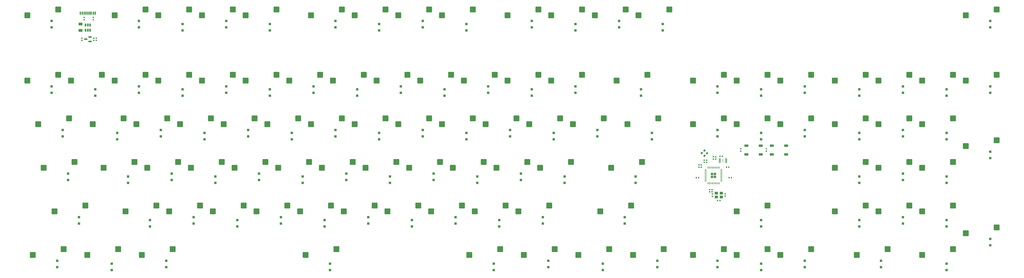
<source format=gbr>
%TF.GenerationSoftware,KiCad,Pcbnew,8.0.8*%
%TF.CreationDate,2025-02-22T23:30:56+01:00*%
%TF.ProjectId,fullsized keybored 3v3,66756c6c-7369-47a6-9564-206b6579626f,rev?*%
%TF.SameCoordinates,Original*%
%TF.FileFunction,Paste,Bot*%
%TF.FilePolarity,Positive*%
%FSLAX46Y46*%
G04 Gerber Fmt 4.6, Leading zero omitted, Abs format (unit mm)*
G04 Created by KiCad (PCBNEW 8.0.8) date 2025-02-22 23:30:56*
%MOMM*%
%LPD*%
G01*
G04 APERTURE LIST*
G04 Aperture macros list*
%AMRoundRect*
0 Rectangle with rounded corners*
0 $1 Rounding radius*
0 $2 $3 $4 $5 $6 $7 $8 $9 X,Y pos of 4 corners*
0 Add a 4 corners polygon primitive as box body*
4,1,4,$2,$3,$4,$5,$6,$7,$8,$9,$2,$3,0*
0 Add four circle primitives for the rounded corners*
1,1,$1+$1,$2,$3*
1,1,$1+$1,$4,$5*
1,1,$1+$1,$6,$7*
1,1,$1+$1,$8,$9*
0 Add four rect primitives between the rounded corners*
20,1,$1+$1,$2,$3,$4,$5,0*
20,1,$1+$1,$4,$5,$6,$7,0*
20,1,$1+$1,$6,$7,$8,$9,0*
20,1,$1+$1,$8,$9,$2,$3,0*%
G04 Aperture macros list end*
%ADD10RoundRect,0.250000X0.300000X-0.300000X0.300000X0.300000X-0.300000X0.300000X-0.300000X-0.300000X0*%
%ADD11RoundRect,0.140000X-0.170000X0.140000X-0.170000X-0.140000X0.170000X-0.140000X0.170000X0.140000X0*%
%ADD12RoundRect,0.140000X0.170000X-0.140000X0.170000X0.140000X-0.170000X0.140000X-0.170000X-0.140000X0*%
%ADD13RoundRect,0.250000X1.025000X1.000000X-1.025000X1.000000X-1.025000X-1.000000X1.025000X-1.000000X0*%
%ADD14RoundRect,0.150000X0.150000X-0.512500X0.150000X0.512500X-0.150000X0.512500X-0.150000X-0.512500X0*%
%ADD15R,0.900000X0.300000*%
%ADD16R,0.250000X1.650000*%
%ADD17RoundRect,0.250000X-0.625000X0.375000X-0.625000X-0.375000X0.625000X-0.375000X0.625000X0.375000X0*%
%ADD18RoundRect,0.140000X-0.140000X-0.170000X0.140000X-0.170000X0.140000X0.170000X-0.140000X0.170000X0*%
%ADD19RoundRect,0.150000X0.587500X0.150000X-0.587500X0.150000X-0.587500X-0.150000X0.587500X-0.150000X0*%
%ADD20RoundRect,0.140000X0.140000X0.170000X-0.140000X0.170000X-0.140000X-0.170000X0.140000X-0.170000X0*%
%ADD21R,1.700000X1.000000*%
%ADD22RoundRect,0.135000X-0.185000X0.135000X-0.185000X-0.135000X0.185000X-0.135000X0.185000X0.135000X0*%
%ADD23RoundRect,0.135000X0.185000X-0.135000X0.185000X0.135000X-0.185000X0.135000X-0.185000X-0.135000X0*%
%ADD24RoundRect,0.250000X0.292217X0.292217X-0.292217X0.292217X-0.292217X-0.292217X0.292217X-0.292217X0*%
%ADD25RoundRect,0.050000X0.387500X0.050000X-0.387500X0.050000X-0.387500X-0.050000X0.387500X-0.050000X0*%
%ADD26RoundRect,0.050000X0.050000X0.387500X-0.050000X0.387500X-0.050000X-0.387500X0.050000X-0.387500X0*%
%ADD27RoundRect,0.200000X-0.335876X-0.053033X-0.053033X-0.335876X0.335876X0.053033X0.053033X0.335876X0*%
%ADD28R,1.400000X1.200000*%
%ADD29R,0.600000X1.450000*%
%ADD30R,0.300000X1.450000*%
G04 APERTURE END LIST*
D10*
%TO.C,D4*%
X105676670Y-51187500D03*
X105676670Y-48387500D03*
%TD*%
D11*
%TO.C,C14*%
X317656250Y-122088164D03*
X317656250Y-123048164D03*
%TD*%
D12*
%TO.C,C2*%
X323388496Y-124942500D03*
X323388496Y-123982500D03*
%TD*%
D13*
%TO.C,MX45*%
X199808750Y-93503750D03*
X213258750Y-90963750D03*
%TD*%
%TO.C,MX98*%
X309346250Y-150653750D03*
X322796250Y-148113750D03*
%TD*%
D14*
%TO.C,U2*%
X46193750Y-52431250D03*
X45243750Y-52431250D03*
X44293750Y-52431250D03*
X44293750Y-50156250D03*
X45243750Y-50156250D03*
X46193750Y-50156250D03*
%TD*%
D13*
%TO.C,MX57*%
X25977500Y-112553750D03*
X39427500Y-110013750D03*
%TD*%
%TO.C,MX27*%
X247433750Y-74453750D03*
X260883750Y-71913750D03*
%TD*%
D10*
%TO.C,D56*%
X439051670Y-108337500D03*
X439051670Y-105537500D03*
%TD*%
D13*
%TO.C,MX40*%
X104558750Y-93503750D03*
X118008750Y-90963750D03*
%TD*%
%TO.C,MX60*%
X90271250Y-112553750D03*
X103721250Y-110013750D03*
%TD*%
D10*
%TO.C,D98*%
X319989170Y-155962500D03*
X319989170Y-153162500D03*
%TD*%
D15*
%TO.C,IC1*%
X323818750Y-108631250D03*
X323818750Y-109131250D03*
X323818750Y-109631250D03*
X323818750Y-110131250D03*
X321018750Y-110131250D03*
X321018750Y-109631250D03*
X321018750Y-109131250D03*
X321018750Y-108631250D03*
D16*
X322418750Y-109381250D03*
%TD*%
D13*
%TO.C,MX17*%
X56933750Y-74453750D03*
X70383750Y-71913750D03*
%TD*%
%TO.C,MX84*%
X268865000Y-131603750D03*
X282315000Y-129063750D03*
%TD*%
D10*
%TO.C,D8*%
X191401670Y-51187500D03*
X191401670Y-48387500D03*
%TD*%
D17*
%TO.C,F1*%
X42068750Y-49706250D03*
X42068750Y-52506250D03*
%TD*%
D10*
%TO.C,D58*%
X62814170Y-119175000D03*
X62814170Y-116375000D03*
%TD*%
%TO.C,D85*%
X339039170Y-138225000D03*
X339039170Y-135425000D03*
%TD*%
D13*
%TO.C,MX33*%
X390308750Y-74453750D03*
X403758750Y-71913750D03*
%TD*%
%TO.C,MX7*%
X161708750Y-45878750D03*
X175158750Y-43338750D03*
%TD*%
%TO.C,MX8*%
X180758750Y-45878750D03*
X194208750Y-43338750D03*
%TD*%
D10*
%TO.C,D67*%
X234264170Y-117862500D03*
X234264170Y-115062500D03*
%TD*%
%TO.C,D35*%
X439051670Y-79762500D03*
X439051670Y-76962500D03*
%TD*%
%TO.C,D29*%
X319989170Y-79762500D03*
X319989170Y-76962500D03*
%TD*%
%TO.C,D24*%
X200926670Y-81075000D03*
X200926670Y-78275000D03*
%TD*%
D13*
%TO.C,MX18*%
X75983750Y-74453750D03*
X89433750Y-71913750D03*
%TD*%
D10*
%TO.C,D36*%
X34239170Y-98812500D03*
X34239170Y-96012500D03*
%TD*%
D13*
%TO.C,MX65*%
X185521250Y-112553750D03*
X198971250Y-110013750D03*
%TD*%
%TO.C,MX80*%
X175996250Y-131603750D03*
X189446250Y-129063750D03*
%TD*%
D10*
%TO.C,D22*%
X162826670Y-81075000D03*
X162826670Y-78275000D03*
%TD*%
%TO.C,D69*%
X284270420Y-119175000D03*
X284270420Y-116375000D03*
%TD*%
D18*
%TO.C,C13*%
X325113750Y-116895613D03*
X326073750Y-116895613D03*
%TD*%
D10*
%TO.C,D34*%
X420001670Y-81075000D03*
X420001670Y-78275000D03*
%TD*%
%TO.C,D41*%
X134251670Y-100125000D03*
X134251670Y-97325000D03*
%TD*%
D13*
%TO.C,MX88*%
X409358750Y-131603750D03*
X422808750Y-129063750D03*
%TD*%
%TO.C,MX38*%
X66458750Y-93503750D03*
X79908750Y-90963750D03*
%TD*%
D10*
%TO.C,D92*%
X79482920Y-155962500D03*
X79482920Y-153162500D03*
%TD*%
D13*
%TO.C,MX74*%
X61696250Y-131603750D03*
X75146250Y-129063750D03*
%TD*%
%TO.C,MX66*%
X204571250Y-112553750D03*
X218021250Y-110013750D03*
%TD*%
D10*
%TO.C,D7*%
X172351670Y-52500000D03*
X172351670Y-49700000D03*
%TD*%
D13*
%TO.C,MX71*%
X390308750Y-112553750D03*
X403758750Y-110013750D03*
%TD*%
D18*
%TO.C,C12*%
X324006250Y-112275000D03*
X324966250Y-112275000D03*
%TD*%
D10*
%TO.C,D74*%
X72339170Y-138225000D03*
X72339170Y-135425000D03*
%TD*%
%TO.C,D18*%
X86626670Y-81075000D03*
X86626670Y-78275000D03*
%TD*%
D13*
%TO.C,MX75*%
X80746250Y-131603750D03*
X94196250Y-129063750D03*
%TD*%
D19*
%TO.C,U3*%
X46181250Y-55406250D03*
X46181250Y-57306250D03*
X44306250Y-56356250D03*
%TD*%
D13*
%TO.C,MX39*%
X85508750Y-93503750D03*
X98958750Y-90963750D03*
%TD*%
%TO.C,MX83*%
X233146250Y-131603750D03*
X246596250Y-129063750D03*
%TD*%
%TO.C,MX76*%
X99796250Y-131603750D03*
X113246250Y-129063750D03*
%TD*%
%TO.C,MX78*%
X137896250Y-131603750D03*
X151346250Y-129063750D03*
%TD*%
%TO.C,MX87*%
X390308750Y-131603750D03*
X403758750Y-129063750D03*
%TD*%
%TO.C,MX79*%
X156946250Y-131603750D03*
X170396250Y-129063750D03*
%TD*%
%TO.C,MX95*%
X235527500Y-150653750D03*
X248977500Y-148113750D03*
%TD*%
%TO.C,MX1*%
X18833750Y-45878750D03*
X32283750Y-43338750D03*
%TD*%
D10*
%TO.C,D43*%
X172351670Y-100125000D03*
X172351670Y-97325000D03*
%TD*%
%TO.C,D45*%
X210451670Y-100125000D03*
X210451670Y-97325000D03*
%TD*%
D13*
%TO.C,MX93*%
X140277500Y-150653750D03*
X153727500Y-148113750D03*
%TD*%
D10*
%TO.C,D88*%
X420001670Y-138225000D03*
X420001670Y-135425000D03*
%TD*%
D13*
%TO.C,MX22*%
X152183750Y-74453750D03*
X165633750Y-71913750D03*
%TD*%
%TO.C,MX43*%
X161708750Y-93503750D03*
X175158750Y-90963750D03*
%TD*%
D10*
%TO.C,D19*%
X105676670Y-79762500D03*
X105676670Y-76962500D03*
%TD*%
D13*
%TO.C,MX97*%
X283152500Y-150653750D03*
X296602500Y-148113750D03*
%TD*%
%TO.C,MX62*%
X128371250Y-112553750D03*
X141821250Y-110013750D03*
%TD*%
D10*
%TO.C,D94*%
X222357920Y-157275000D03*
X222357920Y-154475000D03*
%TD*%
D13*
%TO.C,MX73*%
X30740000Y-131603750D03*
X44190000Y-129063750D03*
%TD*%
D12*
%TO.C,C8*%
X314237070Y-110186989D03*
X314237070Y-109226989D03*
%TD*%
D20*
%TO.C,C3*%
X321093496Y-126843750D03*
X320133496Y-126843750D03*
%TD*%
D12*
%TO.C,C16*%
X42662500Y-56836250D03*
X42662500Y-55876250D03*
%TD*%
D13*
%TO.C,MX2*%
X56933750Y-45878750D03*
X70383750Y-43338750D03*
%TD*%
D10*
%TO.C,D89*%
X439051670Y-146437500D03*
X439051670Y-143637500D03*
%TD*%
D13*
%TO.C,MX15*%
X18833750Y-74453750D03*
X32283750Y-71913750D03*
%TD*%
%TO.C,MX94*%
X211715000Y-150653750D03*
X225165000Y-148113750D03*
%TD*%
%TO.C,MX53*%
X371258750Y-93503750D03*
X384708750Y-90963750D03*
%TD*%
D21*
%TO.C,SW1*%
X343718750Y-106675000D03*
X350018750Y-106675000D03*
X343718750Y-102875000D03*
X350018750Y-102875000D03*
%TD*%
D10*
%TO.C,D46*%
X229501670Y-98812500D03*
X229501670Y-96012500D03*
%TD*%
%TO.C,D101*%
X391426670Y-155962500D03*
X391426670Y-153162500D03*
%TD*%
%TO.C,D83*%
X243789170Y-136912500D03*
X243789170Y-134112500D03*
%TD*%
%TO.C,D52*%
X358089170Y-98812500D03*
X358089170Y-96012500D03*
%TD*%
%TO.C,D31*%
X358089170Y-79762500D03*
X358089170Y-76962500D03*
%TD*%
D13*
%TO.C,MX101*%
X380783750Y-150653750D03*
X394233750Y-148113750D03*
%TD*%
D20*
%TO.C,C10*%
X312893750Y-112275000D03*
X311933750Y-112275000D03*
%TD*%
D21*
%TO.C,SWR1*%
X332606250Y-106675000D03*
X338906250Y-106675000D03*
X332606250Y-102875000D03*
X338906250Y-102875000D03*
%TD*%
D10*
%TO.C,D53*%
X381901670Y-100125000D03*
X381901670Y-97325000D03*
%TD*%
%TO.C,D90*%
X31857920Y-155962500D03*
X31857920Y-153162500D03*
%TD*%
D22*
%TO.C,R5*%
X43656250Y-46815000D03*
X43656250Y-47835000D03*
%TD*%
D13*
%TO.C,MX12*%
X266483750Y-45878750D03*
X279933750Y-43338750D03*
%TD*%
%TO.C,MX41*%
X123608750Y-93503750D03*
X137058750Y-90963750D03*
%TD*%
D12*
%TO.C,C5*%
X319243750Y-108753750D03*
X319243750Y-107793750D03*
%TD*%
D13*
%TO.C,MX92*%
X68840000Y-150653750D03*
X82290000Y-148113750D03*
%TD*%
D12*
%TO.C,C11*%
X318213008Y-108718379D03*
X318213008Y-107758379D03*
%TD*%
D13*
%TO.C,MX4*%
X95033750Y-45878750D03*
X108483750Y-43338750D03*
%TD*%
D18*
%TO.C,C1*%
X321145000Y-107551250D03*
X322105000Y-107551250D03*
%TD*%
D10*
%TO.C,D48*%
X267601670Y-98812500D03*
X267601670Y-96012500D03*
%TD*%
D13*
%TO.C,MX63*%
X147421250Y-112553750D03*
X160871250Y-110013750D03*
%TD*%
D10*
%TO.C,D84*%
X279507920Y-136912500D03*
X279507920Y-134112500D03*
%TD*%
D13*
%TO.C,MX34*%
X409358750Y-74453750D03*
X422808750Y-71913750D03*
%TD*%
%TO.C,MX3*%
X75983750Y-45878750D03*
X89433750Y-43338750D03*
%TD*%
D11*
%TO.C,C7*%
X47818750Y-55876250D03*
X47818750Y-56836250D03*
%TD*%
D10*
%TO.C,D21*%
X143776670Y-79762500D03*
X143776670Y-76962500D03*
%TD*%
%TO.C,D37*%
X58051670Y-100125000D03*
X58051670Y-97325000D03*
%TD*%
%TO.C,D76*%
X110439170Y-138225000D03*
X110439170Y-135425000D03*
%TD*%
%TO.C,D50*%
X319989170Y-98812500D03*
X319989170Y-96012500D03*
%TD*%
D13*
%TO.C,MX21*%
X133133750Y-74453750D03*
X146583750Y-71913750D03*
%TD*%
%TO.C,MX96*%
X259340000Y-150653750D03*
X272790000Y-148113750D03*
%TD*%
%TO.C,MX25*%
X209333750Y-74453750D03*
X222783750Y-71913750D03*
%TD*%
D10*
%TO.C,D14*%
X439051670Y-51187500D03*
X439051670Y-48387500D03*
%TD*%
%TO.C,D78*%
X148539170Y-138225000D03*
X148539170Y-135425000D03*
%TD*%
D13*
%TO.C,MX47*%
X237908750Y-93503750D03*
X251358750Y-90963750D03*
%TD*%
D23*
%TO.C,R4*%
X341312500Y-105285000D03*
X341312500Y-104265000D03*
%TD*%
D13*
%TO.C,MX26*%
X228383750Y-74453750D03*
X241833750Y-71913750D03*
%TD*%
%TO.C,MX50*%
X309346250Y-93503750D03*
X322796250Y-90963750D03*
%TD*%
D10*
%TO.C,D75*%
X91389170Y-136912500D03*
X91389170Y-134112500D03*
%TD*%
%TO.C,D64*%
X177114170Y-119175000D03*
X177114170Y-116375000D03*
%TD*%
D13*
%TO.C,MX11*%
X247433750Y-45878750D03*
X260883750Y-43338750D03*
%TD*%
D20*
%TO.C,C9*%
X312893750Y-111281250D03*
X311933750Y-111281250D03*
%TD*%
D13*
%TO.C,MX91*%
X45027500Y-150653750D03*
X58477500Y-148113750D03*
%TD*%
%TO.C,MX67*%
X223621250Y-112553750D03*
X237071250Y-110013750D03*
%TD*%
D10*
%TO.C,D63*%
X158064170Y-117862500D03*
X158064170Y-115062500D03*
%TD*%
D13*
%TO.C,MX30*%
X328396250Y-74453750D03*
X341846250Y-71913750D03*
%TD*%
D10*
%TO.C,D81*%
X205689170Y-136912500D03*
X205689170Y-134112500D03*
%TD*%
%TO.C,D102*%
X420001670Y-157275000D03*
X420001670Y-154475000D03*
%TD*%
%TO.C,D33*%
X400951670Y-79762500D03*
X400951670Y-76962500D03*
%TD*%
D12*
%TO.C,C4*%
X315275000Y-110175000D03*
X315275000Y-109215000D03*
%TD*%
D13*
%TO.C,MX9*%
X199808750Y-45878750D03*
X213258750Y-43338750D03*
%TD*%
D10*
%TO.C,D1*%
X29476670Y-51187500D03*
X29476670Y-48387500D03*
%TD*%
%TO.C,D26*%
X239026670Y-81075000D03*
X239026670Y-78275000D03*
%TD*%
%TO.C,D3*%
X86626670Y-52500000D03*
X86626670Y-49700000D03*
%TD*%
%TO.C,D65*%
X196164170Y-117862500D03*
X196164170Y-115062500D03*
%TD*%
%TO.C,D30*%
X339039170Y-81075000D03*
X339039170Y-78275000D03*
%TD*%
D13*
%TO.C,MX68*%
X242671250Y-112553750D03*
X256121250Y-110013750D03*
%TD*%
D24*
%TO.C,U1*%
X318931250Y-116525000D03*
X318931250Y-115250000D03*
X317656250Y-116525000D03*
X317656250Y-115250000D03*
D25*
X321731250Y-113287500D03*
X321731250Y-113687500D03*
X321731250Y-114087500D03*
X321731250Y-114487500D03*
X321731250Y-114887500D03*
X321731250Y-115287500D03*
X321731250Y-115687500D03*
X321731250Y-116087500D03*
X321731250Y-116487500D03*
X321731250Y-116887500D03*
X321731250Y-117287500D03*
X321731250Y-117687500D03*
X321731250Y-118087500D03*
X321731250Y-118487500D03*
D26*
X320893750Y-119325000D03*
X320493750Y-119325000D03*
X320093750Y-119325000D03*
X319693750Y-119325000D03*
X319293750Y-119325000D03*
X318893750Y-119325000D03*
X318493750Y-119325000D03*
X318093750Y-119325000D03*
X317693750Y-119325000D03*
X317293750Y-119325000D03*
X316893750Y-119325000D03*
X316493750Y-119325000D03*
X316093750Y-119325000D03*
X315693750Y-119325000D03*
D25*
X314856250Y-118487500D03*
X314856250Y-118087500D03*
X314856250Y-117687500D03*
X314856250Y-117287500D03*
X314856250Y-116887500D03*
X314856250Y-116487500D03*
X314856250Y-116087500D03*
X314856250Y-115687500D03*
X314856250Y-115287500D03*
X314856250Y-114887500D03*
X314856250Y-114487500D03*
X314856250Y-114087500D03*
X314856250Y-113687500D03*
X314856250Y-113287500D03*
D26*
X315693750Y-112450000D03*
X316093750Y-112450000D03*
X316493750Y-112450000D03*
X316893750Y-112450000D03*
X317293750Y-112450000D03*
X317693750Y-112450000D03*
X318093750Y-112450000D03*
X318493750Y-112450000D03*
X318893750Y-112450000D03*
X319293750Y-112450000D03*
X319693750Y-112450000D03*
X320093750Y-112450000D03*
X320493750Y-112450000D03*
X320893750Y-112450000D03*
%TD*%
D13*
%TO.C,MX72*%
X409358750Y-112553750D03*
X422808750Y-110013750D03*
%TD*%
D22*
%TO.C,R6*%
X47625000Y-46815000D03*
X47625000Y-47835000D03*
%TD*%
D13*
%TO.C,MX48*%
X256958750Y-93503750D03*
X270408750Y-90963750D03*
%TD*%
%TO.C,MX52*%
X347446250Y-93503750D03*
X360896250Y-90963750D03*
%TD*%
%TO.C,MX20*%
X114083750Y-74453750D03*
X127533750Y-71913750D03*
%TD*%
D10*
%TO.C,D23*%
X181876670Y-79762500D03*
X181876670Y-76962500D03*
%TD*%
%TO.C,D15*%
X29476670Y-79762500D03*
X29476670Y-76962500D03*
%TD*%
%TO.C,D71*%
X400951670Y-117862500D03*
X400951670Y-115062500D03*
%TD*%
%TO.C,D82*%
X224739170Y-138225000D03*
X224739170Y-135425000D03*
%TD*%
%TO.C,D96*%
X269982920Y-157275000D03*
X269982920Y-154475000D03*
%TD*%
%TO.C,D54*%
X400951670Y-98812500D03*
X400951670Y-96012500D03*
%TD*%
D13*
%TO.C,MX32*%
X371258750Y-74453750D03*
X384708750Y-71913750D03*
%TD*%
D10*
%TO.C,D6*%
X153301670Y-51187500D03*
X153301670Y-48387500D03*
%TD*%
D13*
%TO.C,MX51*%
X328396250Y-93503750D03*
X341846250Y-90963750D03*
%TD*%
D11*
%TO.C,C6*%
X316644746Y-122081250D03*
X316644746Y-123041250D03*
%TD*%
D27*
%TO.C,R2*%
X313180951Y-106123555D03*
X314347677Y-107290281D03*
%TD*%
D10*
%TO.C,D44*%
X191401670Y-98812500D03*
X191401670Y-96012500D03*
%TD*%
%TO.C,D59*%
X81864170Y-117862500D03*
X81864170Y-115062500D03*
%TD*%
D13*
%TO.C,MX36*%
X23596250Y-93503750D03*
X37046250Y-90963750D03*
%TD*%
D10*
%TO.C,D39*%
X96151670Y-100125000D03*
X96151670Y-97325000D03*
%TD*%
%TO.C,D28*%
X286651670Y-81075000D03*
X286651670Y-78275000D03*
%TD*%
%TO.C,D73*%
X41382920Y-136912500D03*
X41382920Y-134112500D03*
%TD*%
D23*
%TO.C,R8*%
X317838496Y-124972500D03*
X317838496Y-123952500D03*
%TD*%
D13*
%TO.C,MX102*%
X409358750Y-150653750D03*
X422808750Y-148113750D03*
%TD*%
%TO.C,MX64*%
X166471250Y-112553750D03*
X179921250Y-110013750D03*
%TD*%
%TO.C,MX69*%
X273627500Y-112553750D03*
X287077500Y-110013750D03*
%TD*%
%TO.C,MX35*%
X428408750Y-74453750D03*
X441858750Y-71913750D03*
%TD*%
D10*
%TO.C,D47*%
X248551670Y-100125000D03*
X248551670Y-97325000D03*
%TD*%
%TO.C,D97*%
X293795420Y-155962500D03*
X293795420Y-153162500D03*
%TD*%
%TO.C,D10*%
X239026670Y-51187500D03*
X239026670Y-48387500D03*
%TD*%
D20*
%TO.C,C15*%
X311786250Y-116895613D03*
X310826250Y-116895613D03*
%TD*%
D13*
%TO.C,MX82*%
X214096250Y-131603750D03*
X227546250Y-129063750D03*
%TD*%
D10*
%TO.C,D49*%
X291414170Y-100125000D03*
X291414170Y-97325000D03*
%TD*%
%TO.C,D42*%
X153301670Y-98812500D03*
X153301670Y-96012500D03*
%TD*%
D28*
%TO.C,Y1*%
X319513496Y-123612500D03*
X321713496Y-123612500D03*
X321713496Y-125312500D03*
X319513496Y-125312500D03*
%TD*%
D10*
%TO.C,D13*%
X296176670Y-52500000D03*
X296176670Y-49700000D03*
%TD*%
D13*
%TO.C,MX44*%
X180758750Y-93503750D03*
X194208750Y-90963750D03*
%TD*%
%TO.C,MX89*%
X428408750Y-141128750D03*
X441858750Y-138588750D03*
%TD*%
%TO.C,MX55*%
X409358750Y-93503750D03*
X422808750Y-90963750D03*
%TD*%
D10*
%TO.C,D68*%
X253314170Y-119175000D03*
X253314170Y-116375000D03*
%TD*%
D13*
%TO.C,MX23*%
X171233750Y-74453750D03*
X184683750Y-71913750D03*
%TD*%
%TO.C,MX61*%
X109321250Y-112553750D03*
X122771250Y-110013750D03*
%TD*%
%TO.C,MX58*%
X52171250Y-112553750D03*
X65621250Y-110013750D03*
%TD*%
%TO.C,MX46*%
X218858750Y-93503750D03*
X232308750Y-90963750D03*
%TD*%
D10*
%TO.C,D66*%
X215214170Y-119175000D03*
X215214170Y-116375000D03*
%TD*%
%TO.C,D62*%
X139014170Y-119175000D03*
X139014170Y-116375000D03*
%TD*%
D27*
%TO.C,R1*%
X314315573Y-105012175D03*
X315482299Y-106178901D03*
%TD*%
D13*
%TO.C,MX24*%
X190283750Y-74453750D03*
X203733750Y-71913750D03*
%TD*%
D10*
%TO.C,D77*%
X129489170Y-136912500D03*
X129489170Y-134112500D03*
%TD*%
D13*
%TO.C,MX42*%
X142658750Y-93503750D03*
X156108750Y-90963750D03*
%TD*%
%TO.C,MX54*%
X390308750Y-93503750D03*
X403758750Y-90963750D03*
%TD*%
D10*
%TO.C,D38*%
X77101670Y-98812500D03*
X77101670Y-96012500D03*
%TD*%
%TO.C,D40*%
X115201670Y-98812500D03*
X115201670Y-96012500D03*
%TD*%
%TO.C,D87*%
X400951670Y-136912500D03*
X400951670Y-134112500D03*
%TD*%
D13*
%TO.C,MX28*%
X276008750Y-74453750D03*
X289458750Y-71913750D03*
%TD*%
D10*
%TO.C,D20*%
X124726670Y-81075000D03*
X124726670Y-78275000D03*
%TD*%
%TO.C,D2*%
X67576670Y-51187500D03*
X67576670Y-48387500D03*
%TD*%
%TO.C,D51*%
X339039170Y-100125000D03*
X339039170Y-97325000D03*
%TD*%
%TO.C,D95*%
X246170420Y-155962500D03*
X246170420Y-153162500D03*
%TD*%
D13*
%TO.C,MX49*%
X280771250Y-93503750D03*
X294221250Y-90963750D03*
%TD*%
D10*
%TO.C,D32*%
X381901670Y-81075000D03*
X381901670Y-78275000D03*
%TD*%
%TO.C,D100*%
X358089170Y-155962500D03*
X358089170Y-153162500D03*
%TD*%
D23*
%TO.C,R7*%
X330200000Y-105285000D03*
X330200000Y-104265000D03*
%TD*%
D13*
%TO.C,MX90*%
X21215000Y-150653750D03*
X34665000Y-148113750D03*
%TD*%
%TO.C,MX16*%
X37883750Y-74453750D03*
X51333750Y-71913750D03*
%TD*%
%TO.C,MX70*%
X371258750Y-112553750D03*
X384708750Y-110013750D03*
%TD*%
D12*
%TO.C,C17*%
X48912500Y-56836250D03*
X48912500Y-55876250D03*
%TD*%
D13*
%TO.C,MX29*%
X309346250Y-74453750D03*
X322796250Y-71913750D03*
%TD*%
D29*
%TO.C,J1*%
X41993750Y-45020000D03*
X42793750Y-45020000D03*
D30*
X43993750Y-45020000D03*
X44993750Y-45020000D03*
X45493750Y-45020000D03*
X46493750Y-45020000D03*
D29*
X47693750Y-45020000D03*
X48493750Y-45020000D03*
X48493750Y-45020000D03*
X47693750Y-45020000D03*
D30*
X46993750Y-45020000D03*
X45993750Y-45020000D03*
X44493750Y-45020000D03*
X43493750Y-45020000D03*
D29*
X42793750Y-45020000D03*
X41993750Y-45020000D03*
%TD*%
D10*
%TO.C,D93*%
X150920420Y-157275000D03*
X150920420Y-154475000D03*
%TD*%
%TO.C,D11*%
X258076670Y-52500000D03*
X258076670Y-49700000D03*
%TD*%
D13*
%TO.C,MX13*%
X285533750Y-45878750D03*
X298983750Y-43338750D03*
%TD*%
D10*
%TO.C,D9*%
X210451670Y-52500000D03*
X210451670Y-49700000D03*
%TD*%
%TO.C,D17*%
X67576670Y-79762500D03*
X67576670Y-76962500D03*
%TD*%
%TO.C,D60*%
X100914170Y-119175000D03*
X100914170Y-116375000D03*
%TD*%
%TO.C,D80*%
X186639170Y-138225000D03*
X186639170Y-135425000D03*
%TD*%
D13*
%TO.C,MX56*%
X428408750Y-103028750D03*
X441858750Y-100488750D03*
%TD*%
%TO.C,MX31*%
X347446250Y-74453750D03*
X360896250Y-71913750D03*
%TD*%
D10*
%TO.C,D86*%
X381901670Y-138225000D03*
X381901670Y-135425000D03*
%TD*%
%TO.C,D27*%
X258076670Y-79762500D03*
X258076670Y-76962500D03*
%TD*%
D13*
%TO.C,MX99*%
X328396250Y-150653750D03*
X341846250Y-148113750D03*
%TD*%
D10*
%TO.C,D57*%
X36620420Y-117862500D03*
X36620420Y-115062500D03*
%TD*%
D13*
%TO.C,MX85*%
X328396250Y-131603750D03*
X341846250Y-129063750D03*
%TD*%
%TO.C,MX86*%
X371258750Y-131603750D03*
X384708750Y-129063750D03*
%TD*%
D10*
%TO.C,D55*%
X420001670Y-100125000D03*
X420001670Y-97325000D03*
%TD*%
D13*
%TO.C,MX37*%
X47408750Y-93503750D03*
X60858750Y-90963750D03*
%TD*%
D10*
%TO.C,D61*%
X119964170Y-117862500D03*
X119964170Y-115062500D03*
%TD*%
%TO.C,D79*%
X167589170Y-136912500D03*
X167589170Y-134112500D03*
%TD*%
D13*
%TO.C,MX14*%
X428408750Y-45878750D03*
X441858750Y-43338750D03*
%TD*%
%TO.C,MX6*%
X142658750Y-45878750D03*
X156108750Y-43338750D03*
%TD*%
D10*
%TO.C,D91*%
X55670420Y-157275000D03*
X55670420Y-154475000D03*
%TD*%
%TO.C,D72*%
X420001670Y-119175000D03*
X420001670Y-116375000D03*
%TD*%
%TO.C,D25*%
X219976670Y-79762500D03*
X219976670Y-76962500D03*
%TD*%
%TO.C,D12*%
X277126670Y-51187500D03*
X277126670Y-48387500D03*
%TD*%
%TO.C,D70*%
X381901670Y-119175000D03*
X381901670Y-116375000D03*
%TD*%
%TO.C,D16*%
X48526670Y-81075000D03*
X48526670Y-78275000D03*
%TD*%
D13*
%TO.C,MX81*%
X195046250Y-131603750D03*
X208496250Y-129063750D03*
%TD*%
%TO.C,MX19*%
X95033750Y-74453750D03*
X108483750Y-71913750D03*
%TD*%
%TO.C,MX5*%
X114083750Y-45878750D03*
X127533750Y-43338750D03*
%TD*%
%TO.C,MX10*%
X228383750Y-45878750D03*
X241833750Y-43338750D03*
%TD*%
%TO.C,MX100*%
X347446250Y-150653750D03*
X360896250Y-148113750D03*
%TD*%
D10*
%TO.C,D5*%
X124726670Y-52500000D03*
X124726670Y-49700000D03*
%TD*%
D13*
%TO.C,MX77*%
X118846250Y-131603750D03*
X132296250Y-129063750D03*
%TD*%
%TO.C,MX59*%
X71221250Y-112553750D03*
X84671250Y-110013750D03*
%TD*%
D10*
%TO.C,D99*%
X339039170Y-157275000D03*
X339039170Y-154475000D03*
%TD*%
M02*

</source>
